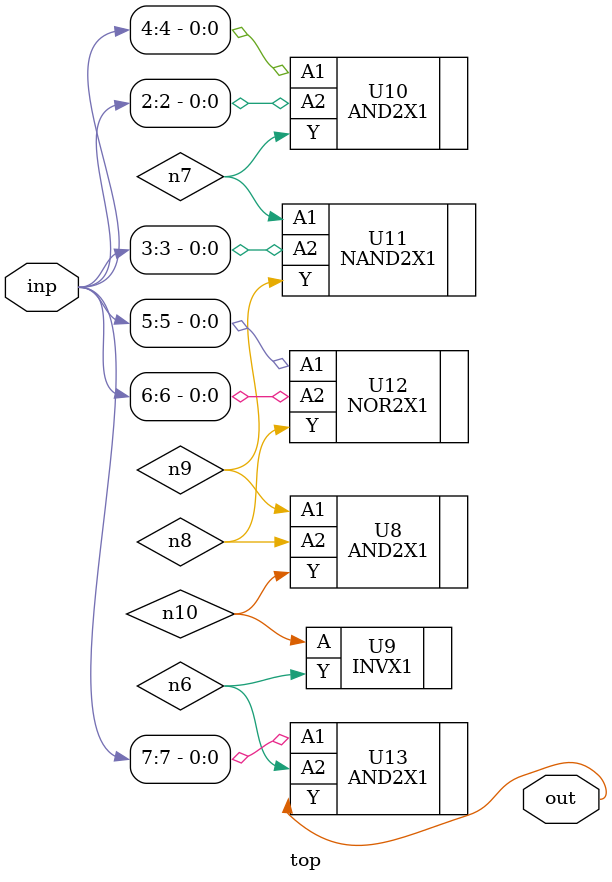
<source format=sv>


module top ( inp, out );
  input [7:0] inp;
  output out;
  wire   n6, n7, n8, n9, n10;

  AND2X1 U8 ( .A1(n9), .A2(n8), .Y(n10) );
  INVX1 U9 ( .A(n10), .Y(n6) );
  AND2X1 U10 ( .A1(inp[4]), .A2(inp[2]), .Y(n7) );
  NAND2X1 U11 ( .A1(n7), .A2(inp[3]), .Y(n9) );
  NOR2X1 U12 ( .A1(inp[5]), .A2(inp[6]), .Y(n8) );
  AND2X1 U13 ( .A1(inp[7]), .A2(n6), .Y(out) );
endmodule


</source>
